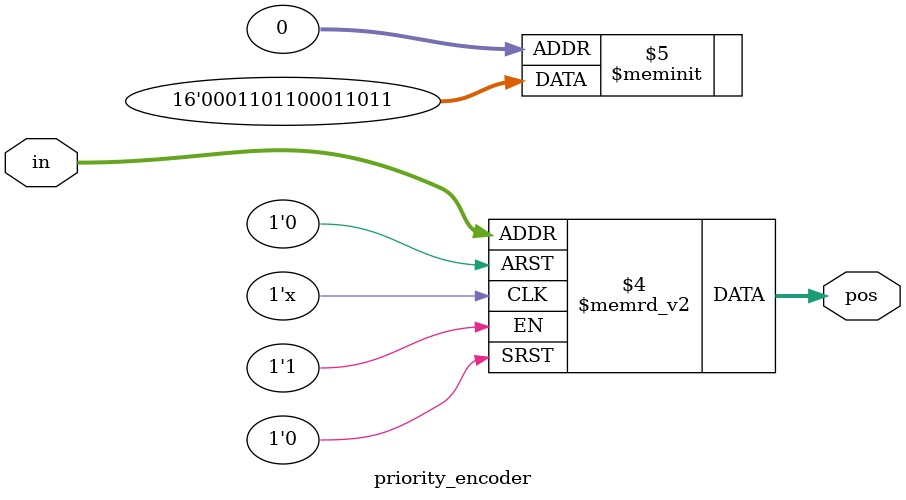
<source format=v>
module priority_encoder( 
input [2:0] in,
output reg [1:0] pos ); 
// When sel=1, assign b to out
always @(in)
	case (in)
		3'b000:	pos = 2'b11;
		3'b001:	pos = 2'b10;
		3'b010:	pos = 2'b01;
		3'b011:	pos = 2'b00;
		3'b100:	pos = 2'b11;
		3'b101:	pos = 2'b10;
		3'b110:	pos = 2'b01;
		3'b111:	pos = 2'b00;
	endcase
endmodule

</source>
